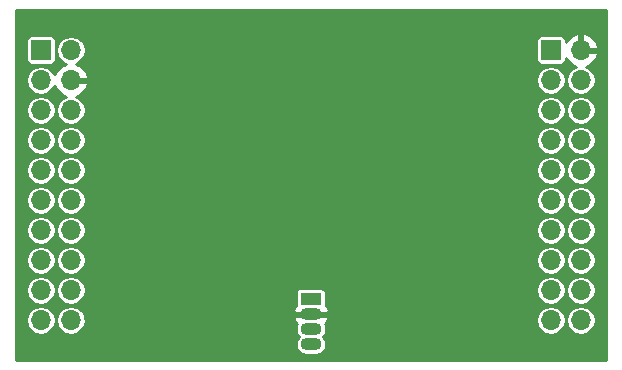
<source format=gbr>
G04 #@! TF.FileFunction,Copper,L2,Bot,Signal*
%FSLAX46Y46*%
G04 Gerber Fmt 4.6, Leading zero omitted, Abs format (unit mm)*
G04 Created by KiCad (PCBNEW 4.0.6-e0-6349~53~ubuntu16.04.1) date Thu Aug 24 17:13:08 2017*
%MOMM*%
%LPD*%
G01*
G04 APERTURE LIST*
%ADD10C,0.100000*%
%ADD11R,1.800000X1.070000*%
%ADD12O,1.800000X1.070000*%
%ADD13R,1.700000X1.700000*%
%ADD14O,1.700000X1.700000*%
%ADD15C,0.600000*%
%ADD16C,0.700000*%
%ADD17C,0.254000*%
G04 APERTURE END LIST*
D10*
D11*
X149860000Y-112522000D03*
D12*
X149860000Y-113792000D03*
X149860000Y-115062000D03*
X149860000Y-116332000D03*
D13*
X127000000Y-91440000D03*
D14*
X129540000Y-91440000D03*
X127000000Y-93980000D03*
X129540000Y-93980000D03*
X127000000Y-96520000D03*
X129540000Y-96520000D03*
X127000000Y-99060000D03*
X129540000Y-99060000D03*
X127000000Y-101600000D03*
X129540000Y-101600000D03*
X127000000Y-104140000D03*
X129540000Y-104140000D03*
X127000000Y-106680000D03*
X129540000Y-106680000D03*
X127000000Y-109220000D03*
X129540000Y-109220000D03*
X127000000Y-111760000D03*
X129540000Y-111760000D03*
X127000000Y-114300000D03*
X129540000Y-114300000D03*
D13*
X170180000Y-91440000D03*
D14*
X172720000Y-91440000D03*
X170180000Y-93980000D03*
X172720000Y-93980000D03*
X170180000Y-96520000D03*
X172720000Y-96520000D03*
X170180000Y-99060000D03*
X172720000Y-99060000D03*
X170180000Y-101600000D03*
X172720000Y-101600000D03*
X170180000Y-104140000D03*
X172720000Y-104140000D03*
X170180000Y-106680000D03*
X172720000Y-106680000D03*
X170180000Y-109220000D03*
X172720000Y-109220000D03*
X170180000Y-111760000D03*
X172720000Y-111760000D03*
X170180000Y-114300000D03*
X172720000Y-114300000D03*
D15*
X147066000Y-109474000D03*
X149114000Y-93218000D03*
X147066000Y-103124000D03*
D16*
X149114000Y-93218000D02*
X149098000Y-93218000D01*
D17*
G36*
X174804000Y-117654000D02*
X124916000Y-117654000D01*
X124916000Y-114300000D01*
X125744883Y-114300000D01*
X125838587Y-114771083D01*
X126105435Y-115170448D01*
X126504800Y-115437296D01*
X126975883Y-115531000D01*
X127024117Y-115531000D01*
X127495200Y-115437296D01*
X127894565Y-115170448D01*
X128161413Y-114771083D01*
X128255117Y-114300000D01*
X128284883Y-114300000D01*
X128378587Y-114771083D01*
X128645435Y-115170448D01*
X129044800Y-115437296D01*
X129515883Y-115531000D01*
X129564117Y-115531000D01*
X130035200Y-115437296D01*
X130434565Y-115170448D01*
X130701413Y-114771083D01*
X130795117Y-114300000D01*
X130755212Y-114099383D01*
X148366100Y-114099383D01*
X148577883Y-114529512D01*
X148685170Y-114619361D01*
X148623630Y-114711462D01*
X148553904Y-115062000D01*
X148623630Y-115412538D01*
X148813701Y-115697000D01*
X148623630Y-115981462D01*
X148553904Y-116332000D01*
X148623630Y-116682538D01*
X148822194Y-116979710D01*
X149119366Y-117178274D01*
X149469904Y-117248000D01*
X150250096Y-117248000D01*
X150600634Y-117178274D01*
X150897806Y-116979710D01*
X151096370Y-116682538D01*
X151166096Y-116332000D01*
X151096370Y-115981462D01*
X150906299Y-115697000D01*
X151096370Y-115412538D01*
X151166096Y-115062000D01*
X151096370Y-114711462D01*
X151034830Y-114619361D01*
X151142117Y-114529512D01*
X151255122Y-114300000D01*
X168924883Y-114300000D01*
X169018587Y-114771083D01*
X169285435Y-115170448D01*
X169684800Y-115437296D01*
X170155883Y-115531000D01*
X170204117Y-115531000D01*
X170675200Y-115437296D01*
X171074565Y-115170448D01*
X171341413Y-114771083D01*
X171435117Y-114300000D01*
X171464883Y-114300000D01*
X171558587Y-114771083D01*
X171825435Y-115170448D01*
X172224800Y-115437296D01*
X172695883Y-115531000D01*
X172744117Y-115531000D01*
X173215200Y-115437296D01*
X173614565Y-115170448D01*
X173881413Y-114771083D01*
X173975117Y-114300000D01*
X173881413Y-113828917D01*
X173614565Y-113429552D01*
X173215200Y-113162704D01*
X172744117Y-113069000D01*
X172695883Y-113069000D01*
X172224800Y-113162704D01*
X171825435Y-113429552D01*
X171558587Y-113828917D01*
X171464883Y-114300000D01*
X171435117Y-114300000D01*
X171341413Y-113828917D01*
X171074565Y-113429552D01*
X170675200Y-113162704D01*
X170204117Y-113069000D01*
X170155883Y-113069000D01*
X169684800Y-113162704D01*
X169285435Y-113429552D01*
X169018587Y-113828917D01*
X168924883Y-114300000D01*
X151255122Y-114300000D01*
X151353900Y-114099383D01*
X151228244Y-113919000D01*
X149987000Y-113919000D01*
X149987000Y-113939000D01*
X149733000Y-113939000D01*
X149733000Y-113919000D01*
X148491756Y-113919000D01*
X148366100Y-114099383D01*
X130755212Y-114099383D01*
X130701413Y-113828917D01*
X130471359Y-113484617D01*
X148366100Y-113484617D01*
X148491756Y-113665000D01*
X149733000Y-113665000D01*
X149733000Y-113645000D01*
X149987000Y-113645000D01*
X149987000Y-113665000D01*
X151228244Y-113665000D01*
X151353900Y-113484617D01*
X151146975Y-113064354D01*
X151148464Y-113057000D01*
X151148464Y-111987000D01*
X151121897Y-111845810D01*
X151066681Y-111760000D01*
X168924883Y-111760000D01*
X169018587Y-112231083D01*
X169285435Y-112630448D01*
X169684800Y-112897296D01*
X170155883Y-112991000D01*
X170204117Y-112991000D01*
X170675200Y-112897296D01*
X171074565Y-112630448D01*
X171341413Y-112231083D01*
X171435117Y-111760000D01*
X171464883Y-111760000D01*
X171558587Y-112231083D01*
X171825435Y-112630448D01*
X172224800Y-112897296D01*
X172695883Y-112991000D01*
X172744117Y-112991000D01*
X173215200Y-112897296D01*
X173614565Y-112630448D01*
X173881413Y-112231083D01*
X173975117Y-111760000D01*
X173881413Y-111288917D01*
X173614565Y-110889552D01*
X173215200Y-110622704D01*
X172744117Y-110529000D01*
X172695883Y-110529000D01*
X172224800Y-110622704D01*
X171825435Y-110889552D01*
X171558587Y-111288917D01*
X171464883Y-111760000D01*
X171435117Y-111760000D01*
X171341413Y-111288917D01*
X171074565Y-110889552D01*
X170675200Y-110622704D01*
X170204117Y-110529000D01*
X170155883Y-110529000D01*
X169684800Y-110622704D01*
X169285435Y-110889552D01*
X169018587Y-111288917D01*
X168924883Y-111760000D01*
X151066681Y-111760000D01*
X151038454Y-111716135D01*
X150911134Y-111629141D01*
X150760000Y-111598536D01*
X148960000Y-111598536D01*
X148818810Y-111625103D01*
X148689135Y-111708546D01*
X148602141Y-111835866D01*
X148571536Y-111987000D01*
X148571536Y-113057000D01*
X148572949Y-113064509D01*
X148366100Y-113484617D01*
X130471359Y-113484617D01*
X130434565Y-113429552D01*
X130035200Y-113162704D01*
X129564117Y-113069000D01*
X129515883Y-113069000D01*
X129044800Y-113162704D01*
X128645435Y-113429552D01*
X128378587Y-113828917D01*
X128284883Y-114300000D01*
X128255117Y-114300000D01*
X128161413Y-113828917D01*
X127894565Y-113429552D01*
X127495200Y-113162704D01*
X127024117Y-113069000D01*
X126975883Y-113069000D01*
X126504800Y-113162704D01*
X126105435Y-113429552D01*
X125838587Y-113828917D01*
X125744883Y-114300000D01*
X124916000Y-114300000D01*
X124916000Y-111760000D01*
X125744883Y-111760000D01*
X125838587Y-112231083D01*
X126105435Y-112630448D01*
X126504800Y-112897296D01*
X126975883Y-112991000D01*
X127024117Y-112991000D01*
X127495200Y-112897296D01*
X127894565Y-112630448D01*
X128161413Y-112231083D01*
X128255117Y-111760000D01*
X128284883Y-111760000D01*
X128378587Y-112231083D01*
X128645435Y-112630448D01*
X129044800Y-112897296D01*
X129515883Y-112991000D01*
X129564117Y-112991000D01*
X130035200Y-112897296D01*
X130434565Y-112630448D01*
X130701413Y-112231083D01*
X130795117Y-111760000D01*
X130701413Y-111288917D01*
X130434565Y-110889552D01*
X130035200Y-110622704D01*
X129564117Y-110529000D01*
X129515883Y-110529000D01*
X129044800Y-110622704D01*
X128645435Y-110889552D01*
X128378587Y-111288917D01*
X128284883Y-111760000D01*
X128255117Y-111760000D01*
X128161413Y-111288917D01*
X127894565Y-110889552D01*
X127495200Y-110622704D01*
X127024117Y-110529000D01*
X126975883Y-110529000D01*
X126504800Y-110622704D01*
X126105435Y-110889552D01*
X125838587Y-111288917D01*
X125744883Y-111760000D01*
X124916000Y-111760000D01*
X124916000Y-109220000D01*
X125744883Y-109220000D01*
X125838587Y-109691083D01*
X126105435Y-110090448D01*
X126504800Y-110357296D01*
X126975883Y-110451000D01*
X127024117Y-110451000D01*
X127495200Y-110357296D01*
X127894565Y-110090448D01*
X128161413Y-109691083D01*
X128255117Y-109220000D01*
X128284883Y-109220000D01*
X128378587Y-109691083D01*
X128645435Y-110090448D01*
X129044800Y-110357296D01*
X129515883Y-110451000D01*
X129564117Y-110451000D01*
X130035200Y-110357296D01*
X130434565Y-110090448D01*
X130701413Y-109691083D01*
X130795117Y-109220000D01*
X168924883Y-109220000D01*
X169018587Y-109691083D01*
X169285435Y-110090448D01*
X169684800Y-110357296D01*
X170155883Y-110451000D01*
X170204117Y-110451000D01*
X170675200Y-110357296D01*
X171074565Y-110090448D01*
X171341413Y-109691083D01*
X171435117Y-109220000D01*
X171464883Y-109220000D01*
X171558587Y-109691083D01*
X171825435Y-110090448D01*
X172224800Y-110357296D01*
X172695883Y-110451000D01*
X172744117Y-110451000D01*
X173215200Y-110357296D01*
X173614565Y-110090448D01*
X173881413Y-109691083D01*
X173975117Y-109220000D01*
X173881413Y-108748917D01*
X173614565Y-108349552D01*
X173215200Y-108082704D01*
X172744117Y-107989000D01*
X172695883Y-107989000D01*
X172224800Y-108082704D01*
X171825435Y-108349552D01*
X171558587Y-108748917D01*
X171464883Y-109220000D01*
X171435117Y-109220000D01*
X171341413Y-108748917D01*
X171074565Y-108349552D01*
X170675200Y-108082704D01*
X170204117Y-107989000D01*
X170155883Y-107989000D01*
X169684800Y-108082704D01*
X169285435Y-108349552D01*
X169018587Y-108748917D01*
X168924883Y-109220000D01*
X130795117Y-109220000D01*
X130701413Y-108748917D01*
X130434565Y-108349552D01*
X130035200Y-108082704D01*
X129564117Y-107989000D01*
X129515883Y-107989000D01*
X129044800Y-108082704D01*
X128645435Y-108349552D01*
X128378587Y-108748917D01*
X128284883Y-109220000D01*
X128255117Y-109220000D01*
X128161413Y-108748917D01*
X127894565Y-108349552D01*
X127495200Y-108082704D01*
X127024117Y-107989000D01*
X126975883Y-107989000D01*
X126504800Y-108082704D01*
X126105435Y-108349552D01*
X125838587Y-108748917D01*
X125744883Y-109220000D01*
X124916000Y-109220000D01*
X124916000Y-106680000D01*
X125744883Y-106680000D01*
X125838587Y-107151083D01*
X126105435Y-107550448D01*
X126504800Y-107817296D01*
X126975883Y-107911000D01*
X127024117Y-107911000D01*
X127495200Y-107817296D01*
X127894565Y-107550448D01*
X128161413Y-107151083D01*
X128255117Y-106680000D01*
X128284883Y-106680000D01*
X128378587Y-107151083D01*
X128645435Y-107550448D01*
X129044800Y-107817296D01*
X129515883Y-107911000D01*
X129564117Y-107911000D01*
X130035200Y-107817296D01*
X130434565Y-107550448D01*
X130701413Y-107151083D01*
X130795117Y-106680000D01*
X168924883Y-106680000D01*
X169018587Y-107151083D01*
X169285435Y-107550448D01*
X169684800Y-107817296D01*
X170155883Y-107911000D01*
X170204117Y-107911000D01*
X170675200Y-107817296D01*
X171074565Y-107550448D01*
X171341413Y-107151083D01*
X171435117Y-106680000D01*
X171464883Y-106680000D01*
X171558587Y-107151083D01*
X171825435Y-107550448D01*
X172224800Y-107817296D01*
X172695883Y-107911000D01*
X172744117Y-107911000D01*
X173215200Y-107817296D01*
X173614565Y-107550448D01*
X173881413Y-107151083D01*
X173975117Y-106680000D01*
X173881413Y-106208917D01*
X173614565Y-105809552D01*
X173215200Y-105542704D01*
X172744117Y-105449000D01*
X172695883Y-105449000D01*
X172224800Y-105542704D01*
X171825435Y-105809552D01*
X171558587Y-106208917D01*
X171464883Y-106680000D01*
X171435117Y-106680000D01*
X171341413Y-106208917D01*
X171074565Y-105809552D01*
X170675200Y-105542704D01*
X170204117Y-105449000D01*
X170155883Y-105449000D01*
X169684800Y-105542704D01*
X169285435Y-105809552D01*
X169018587Y-106208917D01*
X168924883Y-106680000D01*
X130795117Y-106680000D01*
X130701413Y-106208917D01*
X130434565Y-105809552D01*
X130035200Y-105542704D01*
X129564117Y-105449000D01*
X129515883Y-105449000D01*
X129044800Y-105542704D01*
X128645435Y-105809552D01*
X128378587Y-106208917D01*
X128284883Y-106680000D01*
X128255117Y-106680000D01*
X128161413Y-106208917D01*
X127894565Y-105809552D01*
X127495200Y-105542704D01*
X127024117Y-105449000D01*
X126975883Y-105449000D01*
X126504800Y-105542704D01*
X126105435Y-105809552D01*
X125838587Y-106208917D01*
X125744883Y-106680000D01*
X124916000Y-106680000D01*
X124916000Y-104140000D01*
X125744883Y-104140000D01*
X125838587Y-104611083D01*
X126105435Y-105010448D01*
X126504800Y-105277296D01*
X126975883Y-105371000D01*
X127024117Y-105371000D01*
X127495200Y-105277296D01*
X127894565Y-105010448D01*
X128161413Y-104611083D01*
X128255117Y-104140000D01*
X128284883Y-104140000D01*
X128378587Y-104611083D01*
X128645435Y-105010448D01*
X129044800Y-105277296D01*
X129515883Y-105371000D01*
X129564117Y-105371000D01*
X130035200Y-105277296D01*
X130434565Y-105010448D01*
X130701413Y-104611083D01*
X130795117Y-104140000D01*
X168924883Y-104140000D01*
X169018587Y-104611083D01*
X169285435Y-105010448D01*
X169684800Y-105277296D01*
X170155883Y-105371000D01*
X170204117Y-105371000D01*
X170675200Y-105277296D01*
X171074565Y-105010448D01*
X171341413Y-104611083D01*
X171435117Y-104140000D01*
X171464883Y-104140000D01*
X171558587Y-104611083D01*
X171825435Y-105010448D01*
X172224800Y-105277296D01*
X172695883Y-105371000D01*
X172744117Y-105371000D01*
X173215200Y-105277296D01*
X173614565Y-105010448D01*
X173881413Y-104611083D01*
X173975117Y-104140000D01*
X173881413Y-103668917D01*
X173614565Y-103269552D01*
X173215200Y-103002704D01*
X172744117Y-102909000D01*
X172695883Y-102909000D01*
X172224800Y-103002704D01*
X171825435Y-103269552D01*
X171558587Y-103668917D01*
X171464883Y-104140000D01*
X171435117Y-104140000D01*
X171341413Y-103668917D01*
X171074565Y-103269552D01*
X170675200Y-103002704D01*
X170204117Y-102909000D01*
X170155883Y-102909000D01*
X169684800Y-103002704D01*
X169285435Y-103269552D01*
X169018587Y-103668917D01*
X168924883Y-104140000D01*
X130795117Y-104140000D01*
X130701413Y-103668917D01*
X130434565Y-103269552D01*
X130035200Y-103002704D01*
X129564117Y-102909000D01*
X129515883Y-102909000D01*
X129044800Y-103002704D01*
X128645435Y-103269552D01*
X128378587Y-103668917D01*
X128284883Y-104140000D01*
X128255117Y-104140000D01*
X128161413Y-103668917D01*
X127894565Y-103269552D01*
X127495200Y-103002704D01*
X127024117Y-102909000D01*
X126975883Y-102909000D01*
X126504800Y-103002704D01*
X126105435Y-103269552D01*
X125838587Y-103668917D01*
X125744883Y-104140000D01*
X124916000Y-104140000D01*
X124916000Y-101600000D01*
X125744883Y-101600000D01*
X125838587Y-102071083D01*
X126105435Y-102470448D01*
X126504800Y-102737296D01*
X126975883Y-102831000D01*
X127024117Y-102831000D01*
X127495200Y-102737296D01*
X127894565Y-102470448D01*
X128161413Y-102071083D01*
X128255117Y-101600000D01*
X128284883Y-101600000D01*
X128378587Y-102071083D01*
X128645435Y-102470448D01*
X129044800Y-102737296D01*
X129515883Y-102831000D01*
X129564117Y-102831000D01*
X130035200Y-102737296D01*
X130434565Y-102470448D01*
X130701413Y-102071083D01*
X130795117Y-101600000D01*
X168924883Y-101600000D01*
X169018587Y-102071083D01*
X169285435Y-102470448D01*
X169684800Y-102737296D01*
X170155883Y-102831000D01*
X170204117Y-102831000D01*
X170675200Y-102737296D01*
X171074565Y-102470448D01*
X171341413Y-102071083D01*
X171435117Y-101600000D01*
X171464883Y-101600000D01*
X171558587Y-102071083D01*
X171825435Y-102470448D01*
X172224800Y-102737296D01*
X172695883Y-102831000D01*
X172744117Y-102831000D01*
X173215200Y-102737296D01*
X173614565Y-102470448D01*
X173881413Y-102071083D01*
X173975117Y-101600000D01*
X173881413Y-101128917D01*
X173614565Y-100729552D01*
X173215200Y-100462704D01*
X172744117Y-100369000D01*
X172695883Y-100369000D01*
X172224800Y-100462704D01*
X171825435Y-100729552D01*
X171558587Y-101128917D01*
X171464883Y-101600000D01*
X171435117Y-101600000D01*
X171341413Y-101128917D01*
X171074565Y-100729552D01*
X170675200Y-100462704D01*
X170204117Y-100369000D01*
X170155883Y-100369000D01*
X169684800Y-100462704D01*
X169285435Y-100729552D01*
X169018587Y-101128917D01*
X168924883Y-101600000D01*
X130795117Y-101600000D01*
X130701413Y-101128917D01*
X130434565Y-100729552D01*
X130035200Y-100462704D01*
X129564117Y-100369000D01*
X129515883Y-100369000D01*
X129044800Y-100462704D01*
X128645435Y-100729552D01*
X128378587Y-101128917D01*
X128284883Y-101600000D01*
X128255117Y-101600000D01*
X128161413Y-101128917D01*
X127894565Y-100729552D01*
X127495200Y-100462704D01*
X127024117Y-100369000D01*
X126975883Y-100369000D01*
X126504800Y-100462704D01*
X126105435Y-100729552D01*
X125838587Y-101128917D01*
X125744883Y-101600000D01*
X124916000Y-101600000D01*
X124916000Y-99060000D01*
X125744883Y-99060000D01*
X125838587Y-99531083D01*
X126105435Y-99930448D01*
X126504800Y-100197296D01*
X126975883Y-100291000D01*
X127024117Y-100291000D01*
X127495200Y-100197296D01*
X127894565Y-99930448D01*
X128161413Y-99531083D01*
X128255117Y-99060000D01*
X128284883Y-99060000D01*
X128378587Y-99531083D01*
X128645435Y-99930448D01*
X129044800Y-100197296D01*
X129515883Y-100291000D01*
X129564117Y-100291000D01*
X130035200Y-100197296D01*
X130434565Y-99930448D01*
X130701413Y-99531083D01*
X130795117Y-99060000D01*
X168924883Y-99060000D01*
X169018587Y-99531083D01*
X169285435Y-99930448D01*
X169684800Y-100197296D01*
X170155883Y-100291000D01*
X170204117Y-100291000D01*
X170675200Y-100197296D01*
X171074565Y-99930448D01*
X171341413Y-99531083D01*
X171435117Y-99060000D01*
X171464883Y-99060000D01*
X171558587Y-99531083D01*
X171825435Y-99930448D01*
X172224800Y-100197296D01*
X172695883Y-100291000D01*
X172744117Y-100291000D01*
X173215200Y-100197296D01*
X173614565Y-99930448D01*
X173881413Y-99531083D01*
X173975117Y-99060000D01*
X173881413Y-98588917D01*
X173614565Y-98189552D01*
X173215200Y-97922704D01*
X172744117Y-97829000D01*
X172695883Y-97829000D01*
X172224800Y-97922704D01*
X171825435Y-98189552D01*
X171558587Y-98588917D01*
X171464883Y-99060000D01*
X171435117Y-99060000D01*
X171341413Y-98588917D01*
X171074565Y-98189552D01*
X170675200Y-97922704D01*
X170204117Y-97829000D01*
X170155883Y-97829000D01*
X169684800Y-97922704D01*
X169285435Y-98189552D01*
X169018587Y-98588917D01*
X168924883Y-99060000D01*
X130795117Y-99060000D01*
X130701413Y-98588917D01*
X130434565Y-98189552D01*
X130035200Y-97922704D01*
X129564117Y-97829000D01*
X129515883Y-97829000D01*
X129044800Y-97922704D01*
X128645435Y-98189552D01*
X128378587Y-98588917D01*
X128284883Y-99060000D01*
X128255117Y-99060000D01*
X128161413Y-98588917D01*
X127894565Y-98189552D01*
X127495200Y-97922704D01*
X127024117Y-97829000D01*
X126975883Y-97829000D01*
X126504800Y-97922704D01*
X126105435Y-98189552D01*
X125838587Y-98588917D01*
X125744883Y-99060000D01*
X124916000Y-99060000D01*
X124916000Y-96520000D01*
X125744883Y-96520000D01*
X125838587Y-96991083D01*
X126105435Y-97390448D01*
X126504800Y-97657296D01*
X126975883Y-97751000D01*
X127024117Y-97751000D01*
X127495200Y-97657296D01*
X127894565Y-97390448D01*
X128161413Y-96991083D01*
X128255117Y-96520000D01*
X128161413Y-96048917D01*
X127894565Y-95649552D01*
X127495200Y-95382704D01*
X127024117Y-95289000D01*
X126975883Y-95289000D01*
X126504800Y-95382704D01*
X126105435Y-95649552D01*
X125838587Y-96048917D01*
X125744883Y-96520000D01*
X124916000Y-96520000D01*
X124916000Y-93980000D01*
X125744883Y-93980000D01*
X125838587Y-94451083D01*
X126105435Y-94850448D01*
X126504800Y-95117296D01*
X126975883Y-95211000D01*
X127024117Y-95211000D01*
X127495200Y-95117296D01*
X127894565Y-94850448D01*
X128151788Y-94465488D01*
X128268355Y-94746924D01*
X128658642Y-95175183D01*
X129083947Y-95374917D01*
X129044800Y-95382704D01*
X128645435Y-95649552D01*
X128378587Y-96048917D01*
X128284883Y-96520000D01*
X128378587Y-96991083D01*
X128645435Y-97390448D01*
X129044800Y-97657296D01*
X129515883Y-97751000D01*
X129564117Y-97751000D01*
X130035200Y-97657296D01*
X130434565Y-97390448D01*
X130701413Y-96991083D01*
X130795117Y-96520000D01*
X168924883Y-96520000D01*
X169018587Y-96991083D01*
X169285435Y-97390448D01*
X169684800Y-97657296D01*
X170155883Y-97751000D01*
X170204117Y-97751000D01*
X170675200Y-97657296D01*
X171074565Y-97390448D01*
X171341413Y-96991083D01*
X171435117Y-96520000D01*
X171464883Y-96520000D01*
X171558587Y-96991083D01*
X171825435Y-97390448D01*
X172224800Y-97657296D01*
X172695883Y-97751000D01*
X172744117Y-97751000D01*
X173215200Y-97657296D01*
X173614565Y-97390448D01*
X173881413Y-96991083D01*
X173975117Y-96520000D01*
X173881413Y-96048917D01*
X173614565Y-95649552D01*
X173215200Y-95382704D01*
X172744117Y-95289000D01*
X172695883Y-95289000D01*
X172224800Y-95382704D01*
X171825435Y-95649552D01*
X171558587Y-96048917D01*
X171464883Y-96520000D01*
X171435117Y-96520000D01*
X171341413Y-96048917D01*
X171074565Y-95649552D01*
X170675200Y-95382704D01*
X170204117Y-95289000D01*
X170155883Y-95289000D01*
X169684800Y-95382704D01*
X169285435Y-95649552D01*
X169018587Y-96048917D01*
X168924883Y-96520000D01*
X130795117Y-96520000D01*
X130701413Y-96048917D01*
X130434565Y-95649552D01*
X130035200Y-95382704D01*
X129996053Y-95374917D01*
X130421358Y-95175183D01*
X130811645Y-94746924D01*
X130981476Y-94336890D01*
X130860155Y-94107000D01*
X129667000Y-94107000D01*
X129667000Y-94127000D01*
X129413000Y-94127000D01*
X129413000Y-94107000D01*
X129393000Y-94107000D01*
X129393000Y-93980000D01*
X168924883Y-93980000D01*
X169018587Y-94451083D01*
X169285435Y-94850448D01*
X169684800Y-95117296D01*
X170155883Y-95211000D01*
X170204117Y-95211000D01*
X170675200Y-95117296D01*
X171074565Y-94850448D01*
X171341413Y-94451083D01*
X171435117Y-93980000D01*
X171341413Y-93508917D01*
X171074565Y-93109552D01*
X170675200Y-92842704D01*
X170204117Y-92749000D01*
X170155883Y-92749000D01*
X169684800Y-92842704D01*
X169285435Y-93109552D01*
X169018587Y-93508917D01*
X168924883Y-93980000D01*
X129393000Y-93980000D01*
X129393000Y-93853000D01*
X129413000Y-93853000D01*
X129413000Y-93833000D01*
X129667000Y-93833000D01*
X129667000Y-93853000D01*
X130860155Y-93853000D01*
X130981476Y-93623110D01*
X130811645Y-93213076D01*
X130421358Y-92784817D01*
X129996053Y-92585083D01*
X130035200Y-92577296D01*
X130434565Y-92310448D01*
X130701413Y-91911083D01*
X130795117Y-91440000D01*
X130701413Y-90968917D01*
X130448228Y-90590000D01*
X168941536Y-90590000D01*
X168941536Y-92290000D01*
X168968103Y-92431190D01*
X169051546Y-92560865D01*
X169178866Y-92647859D01*
X169330000Y-92678464D01*
X171030000Y-92678464D01*
X171171190Y-92651897D01*
X171300865Y-92568454D01*
X171387859Y-92441134D01*
X171418464Y-92290000D01*
X171418464Y-92134756D01*
X171448355Y-92206924D01*
X171838642Y-92635183D01*
X172263947Y-92834917D01*
X172224800Y-92842704D01*
X171825435Y-93109552D01*
X171558587Y-93508917D01*
X171464883Y-93980000D01*
X171558587Y-94451083D01*
X171825435Y-94850448D01*
X172224800Y-95117296D01*
X172695883Y-95211000D01*
X172744117Y-95211000D01*
X173215200Y-95117296D01*
X173614565Y-94850448D01*
X173881413Y-94451083D01*
X173975117Y-93980000D01*
X173881413Y-93508917D01*
X173614565Y-93109552D01*
X173215200Y-92842704D01*
X173176053Y-92834917D01*
X173601358Y-92635183D01*
X173991645Y-92206924D01*
X174161476Y-91796890D01*
X174040155Y-91567000D01*
X172847000Y-91567000D01*
X172847000Y-91587000D01*
X172593000Y-91587000D01*
X172593000Y-91567000D01*
X172573000Y-91567000D01*
X172573000Y-91313000D01*
X172593000Y-91313000D01*
X172593000Y-90119181D01*
X172847000Y-90119181D01*
X172847000Y-91313000D01*
X174040155Y-91313000D01*
X174161476Y-91083110D01*
X173991645Y-90673076D01*
X173601358Y-90244817D01*
X173076892Y-89998514D01*
X172847000Y-90119181D01*
X172593000Y-90119181D01*
X172363108Y-89998514D01*
X171838642Y-90244817D01*
X171448355Y-90673076D01*
X171418464Y-90745244D01*
X171418464Y-90590000D01*
X171391897Y-90448810D01*
X171308454Y-90319135D01*
X171181134Y-90232141D01*
X171030000Y-90201536D01*
X169330000Y-90201536D01*
X169188810Y-90228103D01*
X169059135Y-90311546D01*
X168972141Y-90438866D01*
X168941536Y-90590000D01*
X130448228Y-90590000D01*
X130434565Y-90569552D01*
X130035200Y-90302704D01*
X129564117Y-90209000D01*
X129515883Y-90209000D01*
X129044800Y-90302704D01*
X128645435Y-90569552D01*
X128378587Y-90968917D01*
X128284883Y-91440000D01*
X128378587Y-91911083D01*
X128645435Y-92310448D01*
X129044800Y-92577296D01*
X129083947Y-92585083D01*
X128658642Y-92784817D01*
X128268355Y-93213076D01*
X128151788Y-93494512D01*
X127894565Y-93109552D01*
X127495200Y-92842704D01*
X127024117Y-92749000D01*
X126975883Y-92749000D01*
X126504800Y-92842704D01*
X126105435Y-93109552D01*
X125838587Y-93508917D01*
X125744883Y-93980000D01*
X124916000Y-93980000D01*
X124916000Y-90590000D01*
X125761536Y-90590000D01*
X125761536Y-92290000D01*
X125788103Y-92431190D01*
X125871546Y-92560865D01*
X125998866Y-92647859D01*
X126150000Y-92678464D01*
X127850000Y-92678464D01*
X127991190Y-92651897D01*
X128120865Y-92568454D01*
X128207859Y-92441134D01*
X128238464Y-92290000D01*
X128238464Y-90590000D01*
X128211897Y-90448810D01*
X128128454Y-90319135D01*
X128001134Y-90232141D01*
X127850000Y-90201536D01*
X126150000Y-90201536D01*
X126008810Y-90228103D01*
X125879135Y-90311546D01*
X125792141Y-90438866D01*
X125761536Y-90590000D01*
X124916000Y-90590000D01*
X124916000Y-88086000D01*
X174804000Y-88086000D01*
X174804000Y-117654000D01*
X174804000Y-117654000D01*
G37*
X174804000Y-117654000D02*
X124916000Y-117654000D01*
X124916000Y-114300000D01*
X125744883Y-114300000D01*
X125838587Y-114771083D01*
X126105435Y-115170448D01*
X126504800Y-115437296D01*
X126975883Y-115531000D01*
X127024117Y-115531000D01*
X127495200Y-115437296D01*
X127894565Y-115170448D01*
X128161413Y-114771083D01*
X128255117Y-114300000D01*
X128284883Y-114300000D01*
X128378587Y-114771083D01*
X128645435Y-115170448D01*
X129044800Y-115437296D01*
X129515883Y-115531000D01*
X129564117Y-115531000D01*
X130035200Y-115437296D01*
X130434565Y-115170448D01*
X130701413Y-114771083D01*
X130795117Y-114300000D01*
X130755212Y-114099383D01*
X148366100Y-114099383D01*
X148577883Y-114529512D01*
X148685170Y-114619361D01*
X148623630Y-114711462D01*
X148553904Y-115062000D01*
X148623630Y-115412538D01*
X148813701Y-115697000D01*
X148623630Y-115981462D01*
X148553904Y-116332000D01*
X148623630Y-116682538D01*
X148822194Y-116979710D01*
X149119366Y-117178274D01*
X149469904Y-117248000D01*
X150250096Y-117248000D01*
X150600634Y-117178274D01*
X150897806Y-116979710D01*
X151096370Y-116682538D01*
X151166096Y-116332000D01*
X151096370Y-115981462D01*
X150906299Y-115697000D01*
X151096370Y-115412538D01*
X151166096Y-115062000D01*
X151096370Y-114711462D01*
X151034830Y-114619361D01*
X151142117Y-114529512D01*
X151255122Y-114300000D01*
X168924883Y-114300000D01*
X169018587Y-114771083D01*
X169285435Y-115170448D01*
X169684800Y-115437296D01*
X170155883Y-115531000D01*
X170204117Y-115531000D01*
X170675200Y-115437296D01*
X171074565Y-115170448D01*
X171341413Y-114771083D01*
X171435117Y-114300000D01*
X171464883Y-114300000D01*
X171558587Y-114771083D01*
X171825435Y-115170448D01*
X172224800Y-115437296D01*
X172695883Y-115531000D01*
X172744117Y-115531000D01*
X173215200Y-115437296D01*
X173614565Y-115170448D01*
X173881413Y-114771083D01*
X173975117Y-114300000D01*
X173881413Y-113828917D01*
X173614565Y-113429552D01*
X173215200Y-113162704D01*
X172744117Y-113069000D01*
X172695883Y-113069000D01*
X172224800Y-113162704D01*
X171825435Y-113429552D01*
X171558587Y-113828917D01*
X171464883Y-114300000D01*
X171435117Y-114300000D01*
X171341413Y-113828917D01*
X171074565Y-113429552D01*
X170675200Y-113162704D01*
X170204117Y-113069000D01*
X170155883Y-113069000D01*
X169684800Y-113162704D01*
X169285435Y-113429552D01*
X169018587Y-113828917D01*
X168924883Y-114300000D01*
X151255122Y-114300000D01*
X151353900Y-114099383D01*
X151228244Y-113919000D01*
X149987000Y-113919000D01*
X149987000Y-113939000D01*
X149733000Y-113939000D01*
X149733000Y-113919000D01*
X148491756Y-113919000D01*
X148366100Y-114099383D01*
X130755212Y-114099383D01*
X130701413Y-113828917D01*
X130471359Y-113484617D01*
X148366100Y-113484617D01*
X148491756Y-113665000D01*
X149733000Y-113665000D01*
X149733000Y-113645000D01*
X149987000Y-113645000D01*
X149987000Y-113665000D01*
X151228244Y-113665000D01*
X151353900Y-113484617D01*
X151146975Y-113064354D01*
X151148464Y-113057000D01*
X151148464Y-111987000D01*
X151121897Y-111845810D01*
X151066681Y-111760000D01*
X168924883Y-111760000D01*
X169018587Y-112231083D01*
X169285435Y-112630448D01*
X169684800Y-112897296D01*
X170155883Y-112991000D01*
X170204117Y-112991000D01*
X170675200Y-112897296D01*
X171074565Y-112630448D01*
X171341413Y-112231083D01*
X171435117Y-111760000D01*
X171464883Y-111760000D01*
X171558587Y-112231083D01*
X171825435Y-112630448D01*
X172224800Y-112897296D01*
X172695883Y-112991000D01*
X172744117Y-112991000D01*
X173215200Y-112897296D01*
X173614565Y-112630448D01*
X173881413Y-112231083D01*
X173975117Y-111760000D01*
X173881413Y-111288917D01*
X173614565Y-110889552D01*
X173215200Y-110622704D01*
X172744117Y-110529000D01*
X172695883Y-110529000D01*
X172224800Y-110622704D01*
X171825435Y-110889552D01*
X171558587Y-111288917D01*
X171464883Y-111760000D01*
X171435117Y-111760000D01*
X171341413Y-111288917D01*
X171074565Y-110889552D01*
X170675200Y-110622704D01*
X170204117Y-110529000D01*
X170155883Y-110529000D01*
X169684800Y-110622704D01*
X169285435Y-110889552D01*
X169018587Y-111288917D01*
X168924883Y-111760000D01*
X151066681Y-111760000D01*
X151038454Y-111716135D01*
X150911134Y-111629141D01*
X150760000Y-111598536D01*
X148960000Y-111598536D01*
X148818810Y-111625103D01*
X148689135Y-111708546D01*
X148602141Y-111835866D01*
X148571536Y-111987000D01*
X148571536Y-113057000D01*
X148572949Y-113064509D01*
X148366100Y-113484617D01*
X130471359Y-113484617D01*
X130434565Y-113429552D01*
X130035200Y-113162704D01*
X129564117Y-113069000D01*
X129515883Y-113069000D01*
X129044800Y-113162704D01*
X128645435Y-113429552D01*
X128378587Y-113828917D01*
X128284883Y-114300000D01*
X128255117Y-114300000D01*
X128161413Y-113828917D01*
X127894565Y-113429552D01*
X127495200Y-113162704D01*
X127024117Y-113069000D01*
X126975883Y-113069000D01*
X126504800Y-113162704D01*
X126105435Y-113429552D01*
X125838587Y-113828917D01*
X125744883Y-114300000D01*
X124916000Y-114300000D01*
X124916000Y-111760000D01*
X125744883Y-111760000D01*
X125838587Y-112231083D01*
X126105435Y-112630448D01*
X126504800Y-112897296D01*
X126975883Y-112991000D01*
X127024117Y-112991000D01*
X127495200Y-112897296D01*
X127894565Y-112630448D01*
X128161413Y-112231083D01*
X128255117Y-111760000D01*
X128284883Y-111760000D01*
X128378587Y-112231083D01*
X128645435Y-112630448D01*
X129044800Y-112897296D01*
X129515883Y-112991000D01*
X129564117Y-112991000D01*
X130035200Y-112897296D01*
X130434565Y-112630448D01*
X130701413Y-112231083D01*
X130795117Y-111760000D01*
X130701413Y-111288917D01*
X130434565Y-110889552D01*
X130035200Y-110622704D01*
X129564117Y-110529000D01*
X129515883Y-110529000D01*
X129044800Y-110622704D01*
X128645435Y-110889552D01*
X128378587Y-111288917D01*
X128284883Y-111760000D01*
X128255117Y-111760000D01*
X128161413Y-111288917D01*
X127894565Y-110889552D01*
X127495200Y-110622704D01*
X127024117Y-110529000D01*
X126975883Y-110529000D01*
X126504800Y-110622704D01*
X126105435Y-110889552D01*
X125838587Y-111288917D01*
X125744883Y-111760000D01*
X124916000Y-111760000D01*
X124916000Y-109220000D01*
X125744883Y-109220000D01*
X125838587Y-109691083D01*
X126105435Y-110090448D01*
X126504800Y-110357296D01*
X126975883Y-110451000D01*
X127024117Y-110451000D01*
X127495200Y-110357296D01*
X127894565Y-110090448D01*
X128161413Y-109691083D01*
X128255117Y-109220000D01*
X128284883Y-109220000D01*
X128378587Y-109691083D01*
X128645435Y-110090448D01*
X129044800Y-110357296D01*
X129515883Y-110451000D01*
X129564117Y-110451000D01*
X130035200Y-110357296D01*
X130434565Y-110090448D01*
X130701413Y-109691083D01*
X130795117Y-109220000D01*
X168924883Y-109220000D01*
X169018587Y-109691083D01*
X169285435Y-110090448D01*
X169684800Y-110357296D01*
X170155883Y-110451000D01*
X170204117Y-110451000D01*
X170675200Y-110357296D01*
X171074565Y-110090448D01*
X171341413Y-109691083D01*
X171435117Y-109220000D01*
X171464883Y-109220000D01*
X171558587Y-109691083D01*
X171825435Y-110090448D01*
X172224800Y-110357296D01*
X172695883Y-110451000D01*
X172744117Y-110451000D01*
X173215200Y-110357296D01*
X173614565Y-110090448D01*
X173881413Y-109691083D01*
X173975117Y-109220000D01*
X173881413Y-108748917D01*
X173614565Y-108349552D01*
X173215200Y-108082704D01*
X172744117Y-107989000D01*
X172695883Y-107989000D01*
X172224800Y-108082704D01*
X171825435Y-108349552D01*
X171558587Y-108748917D01*
X171464883Y-109220000D01*
X171435117Y-109220000D01*
X171341413Y-108748917D01*
X171074565Y-108349552D01*
X170675200Y-108082704D01*
X170204117Y-107989000D01*
X170155883Y-107989000D01*
X169684800Y-108082704D01*
X169285435Y-108349552D01*
X169018587Y-108748917D01*
X168924883Y-109220000D01*
X130795117Y-109220000D01*
X130701413Y-108748917D01*
X130434565Y-108349552D01*
X130035200Y-108082704D01*
X129564117Y-107989000D01*
X129515883Y-107989000D01*
X129044800Y-108082704D01*
X128645435Y-108349552D01*
X128378587Y-108748917D01*
X128284883Y-109220000D01*
X128255117Y-109220000D01*
X128161413Y-108748917D01*
X127894565Y-108349552D01*
X127495200Y-108082704D01*
X127024117Y-107989000D01*
X126975883Y-107989000D01*
X126504800Y-108082704D01*
X126105435Y-108349552D01*
X125838587Y-108748917D01*
X125744883Y-109220000D01*
X124916000Y-109220000D01*
X124916000Y-106680000D01*
X125744883Y-106680000D01*
X125838587Y-107151083D01*
X126105435Y-107550448D01*
X126504800Y-107817296D01*
X126975883Y-107911000D01*
X127024117Y-107911000D01*
X127495200Y-107817296D01*
X127894565Y-107550448D01*
X128161413Y-107151083D01*
X128255117Y-106680000D01*
X128284883Y-106680000D01*
X128378587Y-107151083D01*
X128645435Y-107550448D01*
X129044800Y-107817296D01*
X129515883Y-107911000D01*
X129564117Y-107911000D01*
X130035200Y-107817296D01*
X130434565Y-107550448D01*
X130701413Y-107151083D01*
X130795117Y-106680000D01*
X168924883Y-106680000D01*
X169018587Y-107151083D01*
X169285435Y-107550448D01*
X169684800Y-107817296D01*
X170155883Y-107911000D01*
X170204117Y-107911000D01*
X170675200Y-107817296D01*
X171074565Y-107550448D01*
X171341413Y-107151083D01*
X171435117Y-106680000D01*
X171464883Y-106680000D01*
X171558587Y-107151083D01*
X171825435Y-107550448D01*
X172224800Y-107817296D01*
X172695883Y-107911000D01*
X172744117Y-107911000D01*
X173215200Y-107817296D01*
X173614565Y-107550448D01*
X173881413Y-107151083D01*
X173975117Y-106680000D01*
X173881413Y-106208917D01*
X173614565Y-105809552D01*
X173215200Y-105542704D01*
X172744117Y-105449000D01*
X172695883Y-105449000D01*
X172224800Y-105542704D01*
X171825435Y-105809552D01*
X171558587Y-106208917D01*
X171464883Y-106680000D01*
X171435117Y-106680000D01*
X171341413Y-106208917D01*
X171074565Y-105809552D01*
X170675200Y-105542704D01*
X170204117Y-105449000D01*
X170155883Y-105449000D01*
X169684800Y-105542704D01*
X169285435Y-105809552D01*
X169018587Y-106208917D01*
X168924883Y-106680000D01*
X130795117Y-106680000D01*
X130701413Y-106208917D01*
X130434565Y-105809552D01*
X130035200Y-105542704D01*
X129564117Y-105449000D01*
X129515883Y-105449000D01*
X129044800Y-105542704D01*
X128645435Y-105809552D01*
X128378587Y-106208917D01*
X128284883Y-106680000D01*
X128255117Y-106680000D01*
X128161413Y-106208917D01*
X127894565Y-105809552D01*
X127495200Y-105542704D01*
X127024117Y-105449000D01*
X126975883Y-105449000D01*
X126504800Y-105542704D01*
X126105435Y-105809552D01*
X125838587Y-106208917D01*
X125744883Y-106680000D01*
X124916000Y-106680000D01*
X124916000Y-104140000D01*
X125744883Y-104140000D01*
X125838587Y-104611083D01*
X126105435Y-105010448D01*
X126504800Y-105277296D01*
X126975883Y-105371000D01*
X127024117Y-105371000D01*
X127495200Y-105277296D01*
X127894565Y-105010448D01*
X128161413Y-104611083D01*
X128255117Y-104140000D01*
X128284883Y-104140000D01*
X128378587Y-104611083D01*
X128645435Y-105010448D01*
X129044800Y-105277296D01*
X129515883Y-105371000D01*
X129564117Y-105371000D01*
X130035200Y-105277296D01*
X130434565Y-105010448D01*
X130701413Y-104611083D01*
X130795117Y-104140000D01*
X168924883Y-104140000D01*
X169018587Y-104611083D01*
X169285435Y-105010448D01*
X169684800Y-105277296D01*
X170155883Y-105371000D01*
X170204117Y-105371000D01*
X170675200Y-105277296D01*
X171074565Y-105010448D01*
X171341413Y-104611083D01*
X171435117Y-104140000D01*
X171464883Y-104140000D01*
X171558587Y-104611083D01*
X171825435Y-105010448D01*
X172224800Y-105277296D01*
X172695883Y-105371000D01*
X172744117Y-105371000D01*
X173215200Y-105277296D01*
X173614565Y-105010448D01*
X173881413Y-104611083D01*
X173975117Y-104140000D01*
X173881413Y-103668917D01*
X173614565Y-103269552D01*
X173215200Y-103002704D01*
X172744117Y-102909000D01*
X172695883Y-102909000D01*
X172224800Y-103002704D01*
X171825435Y-103269552D01*
X171558587Y-103668917D01*
X171464883Y-104140000D01*
X171435117Y-104140000D01*
X171341413Y-103668917D01*
X171074565Y-103269552D01*
X170675200Y-103002704D01*
X170204117Y-102909000D01*
X170155883Y-102909000D01*
X169684800Y-103002704D01*
X169285435Y-103269552D01*
X169018587Y-103668917D01*
X168924883Y-104140000D01*
X130795117Y-104140000D01*
X130701413Y-103668917D01*
X130434565Y-103269552D01*
X130035200Y-103002704D01*
X129564117Y-102909000D01*
X129515883Y-102909000D01*
X129044800Y-103002704D01*
X128645435Y-103269552D01*
X128378587Y-103668917D01*
X128284883Y-104140000D01*
X128255117Y-104140000D01*
X128161413Y-103668917D01*
X127894565Y-103269552D01*
X127495200Y-103002704D01*
X127024117Y-102909000D01*
X126975883Y-102909000D01*
X126504800Y-103002704D01*
X126105435Y-103269552D01*
X125838587Y-103668917D01*
X125744883Y-104140000D01*
X124916000Y-104140000D01*
X124916000Y-101600000D01*
X125744883Y-101600000D01*
X125838587Y-102071083D01*
X126105435Y-102470448D01*
X126504800Y-102737296D01*
X126975883Y-102831000D01*
X127024117Y-102831000D01*
X127495200Y-102737296D01*
X127894565Y-102470448D01*
X128161413Y-102071083D01*
X128255117Y-101600000D01*
X128284883Y-101600000D01*
X128378587Y-102071083D01*
X128645435Y-102470448D01*
X129044800Y-102737296D01*
X129515883Y-102831000D01*
X129564117Y-102831000D01*
X130035200Y-102737296D01*
X130434565Y-102470448D01*
X130701413Y-102071083D01*
X130795117Y-101600000D01*
X168924883Y-101600000D01*
X169018587Y-102071083D01*
X169285435Y-102470448D01*
X169684800Y-102737296D01*
X170155883Y-102831000D01*
X170204117Y-102831000D01*
X170675200Y-102737296D01*
X171074565Y-102470448D01*
X171341413Y-102071083D01*
X171435117Y-101600000D01*
X171464883Y-101600000D01*
X171558587Y-102071083D01*
X171825435Y-102470448D01*
X172224800Y-102737296D01*
X172695883Y-102831000D01*
X172744117Y-102831000D01*
X173215200Y-102737296D01*
X173614565Y-102470448D01*
X173881413Y-102071083D01*
X173975117Y-101600000D01*
X173881413Y-101128917D01*
X173614565Y-100729552D01*
X173215200Y-100462704D01*
X172744117Y-100369000D01*
X172695883Y-100369000D01*
X172224800Y-100462704D01*
X171825435Y-100729552D01*
X171558587Y-101128917D01*
X171464883Y-101600000D01*
X171435117Y-101600000D01*
X171341413Y-101128917D01*
X171074565Y-100729552D01*
X170675200Y-100462704D01*
X170204117Y-100369000D01*
X170155883Y-100369000D01*
X169684800Y-100462704D01*
X169285435Y-100729552D01*
X169018587Y-101128917D01*
X168924883Y-101600000D01*
X130795117Y-101600000D01*
X130701413Y-101128917D01*
X130434565Y-100729552D01*
X130035200Y-100462704D01*
X129564117Y-100369000D01*
X129515883Y-100369000D01*
X129044800Y-100462704D01*
X128645435Y-100729552D01*
X128378587Y-101128917D01*
X128284883Y-101600000D01*
X128255117Y-101600000D01*
X128161413Y-101128917D01*
X127894565Y-100729552D01*
X127495200Y-100462704D01*
X127024117Y-100369000D01*
X126975883Y-100369000D01*
X126504800Y-100462704D01*
X126105435Y-100729552D01*
X125838587Y-101128917D01*
X125744883Y-101600000D01*
X124916000Y-101600000D01*
X124916000Y-99060000D01*
X125744883Y-99060000D01*
X125838587Y-99531083D01*
X126105435Y-99930448D01*
X126504800Y-100197296D01*
X126975883Y-100291000D01*
X127024117Y-100291000D01*
X127495200Y-100197296D01*
X127894565Y-99930448D01*
X128161413Y-99531083D01*
X128255117Y-99060000D01*
X128284883Y-99060000D01*
X128378587Y-99531083D01*
X128645435Y-99930448D01*
X129044800Y-100197296D01*
X129515883Y-100291000D01*
X129564117Y-100291000D01*
X130035200Y-100197296D01*
X130434565Y-99930448D01*
X130701413Y-99531083D01*
X130795117Y-99060000D01*
X168924883Y-99060000D01*
X169018587Y-99531083D01*
X169285435Y-99930448D01*
X169684800Y-100197296D01*
X170155883Y-100291000D01*
X170204117Y-100291000D01*
X170675200Y-100197296D01*
X171074565Y-99930448D01*
X171341413Y-99531083D01*
X171435117Y-99060000D01*
X171464883Y-99060000D01*
X171558587Y-99531083D01*
X171825435Y-99930448D01*
X172224800Y-100197296D01*
X172695883Y-100291000D01*
X172744117Y-100291000D01*
X173215200Y-100197296D01*
X173614565Y-99930448D01*
X173881413Y-99531083D01*
X173975117Y-99060000D01*
X173881413Y-98588917D01*
X173614565Y-98189552D01*
X173215200Y-97922704D01*
X172744117Y-97829000D01*
X172695883Y-97829000D01*
X172224800Y-97922704D01*
X171825435Y-98189552D01*
X171558587Y-98588917D01*
X171464883Y-99060000D01*
X171435117Y-99060000D01*
X171341413Y-98588917D01*
X171074565Y-98189552D01*
X170675200Y-97922704D01*
X170204117Y-97829000D01*
X170155883Y-97829000D01*
X169684800Y-97922704D01*
X169285435Y-98189552D01*
X169018587Y-98588917D01*
X168924883Y-99060000D01*
X130795117Y-99060000D01*
X130701413Y-98588917D01*
X130434565Y-98189552D01*
X130035200Y-97922704D01*
X129564117Y-97829000D01*
X129515883Y-97829000D01*
X129044800Y-97922704D01*
X128645435Y-98189552D01*
X128378587Y-98588917D01*
X128284883Y-99060000D01*
X128255117Y-99060000D01*
X128161413Y-98588917D01*
X127894565Y-98189552D01*
X127495200Y-97922704D01*
X127024117Y-97829000D01*
X126975883Y-97829000D01*
X126504800Y-97922704D01*
X126105435Y-98189552D01*
X125838587Y-98588917D01*
X125744883Y-99060000D01*
X124916000Y-99060000D01*
X124916000Y-96520000D01*
X125744883Y-96520000D01*
X125838587Y-96991083D01*
X126105435Y-97390448D01*
X126504800Y-97657296D01*
X126975883Y-97751000D01*
X127024117Y-97751000D01*
X127495200Y-97657296D01*
X127894565Y-97390448D01*
X128161413Y-96991083D01*
X128255117Y-96520000D01*
X128161413Y-96048917D01*
X127894565Y-95649552D01*
X127495200Y-95382704D01*
X127024117Y-95289000D01*
X126975883Y-95289000D01*
X126504800Y-95382704D01*
X126105435Y-95649552D01*
X125838587Y-96048917D01*
X125744883Y-96520000D01*
X124916000Y-96520000D01*
X124916000Y-93980000D01*
X125744883Y-93980000D01*
X125838587Y-94451083D01*
X126105435Y-94850448D01*
X126504800Y-95117296D01*
X126975883Y-95211000D01*
X127024117Y-95211000D01*
X127495200Y-95117296D01*
X127894565Y-94850448D01*
X128151788Y-94465488D01*
X128268355Y-94746924D01*
X128658642Y-95175183D01*
X129083947Y-95374917D01*
X129044800Y-95382704D01*
X128645435Y-95649552D01*
X128378587Y-96048917D01*
X128284883Y-96520000D01*
X128378587Y-96991083D01*
X128645435Y-97390448D01*
X129044800Y-97657296D01*
X129515883Y-97751000D01*
X129564117Y-97751000D01*
X130035200Y-97657296D01*
X130434565Y-97390448D01*
X130701413Y-96991083D01*
X130795117Y-96520000D01*
X168924883Y-96520000D01*
X169018587Y-96991083D01*
X169285435Y-97390448D01*
X169684800Y-97657296D01*
X170155883Y-97751000D01*
X170204117Y-97751000D01*
X170675200Y-97657296D01*
X171074565Y-97390448D01*
X171341413Y-96991083D01*
X171435117Y-96520000D01*
X171464883Y-96520000D01*
X171558587Y-96991083D01*
X171825435Y-97390448D01*
X172224800Y-97657296D01*
X172695883Y-97751000D01*
X172744117Y-97751000D01*
X173215200Y-97657296D01*
X173614565Y-97390448D01*
X173881413Y-96991083D01*
X173975117Y-96520000D01*
X173881413Y-96048917D01*
X173614565Y-95649552D01*
X173215200Y-95382704D01*
X172744117Y-95289000D01*
X172695883Y-95289000D01*
X172224800Y-95382704D01*
X171825435Y-95649552D01*
X171558587Y-96048917D01*
X171464883Y-96520000D01*
X171435117Y-96520000D01*
X171341413Y-96048917D01*
X171074565Y-95649552D01*
X170675200Y-95382704D01*
X170204117Y-95289000D01*
X170155883Y-95289000D01*
X169684800Y-95382704D01*
X169285435Y-95649552D01*
X169018587Y-96048917D01*
X168924883Y-96520000D01*
X130795117Y-96520000D01*
X130701413Y-96048917D01*
X130434565Y-95649552D01*
X130035200Y-95382704D01*
X129996053Y-95374917D01*
X130421358Y-95175183D01*
X130811645Y-94746924D01*
X130981476Y-94336890D01*
X130860155Y-94107000D01*
X129667000Y-94107000D01*
X129667000Y-94127000D01*
X129413000Y-94127000D01*
X129413000Y-94107000D01*
X129393000Y-94107000D01*
X129393000Y-93980000D01*
X168924883Y-93980000D01*
X169018587Y-94451083D01*
X169285435Y-94850448D01*
X169684800Y-95117296D01*
X170155883Y-95211000D01*
X170204117Y-95211000D01*
X170675200Y-95117296D01*
X171074565Y-94850448D01*
X171341413Y-94451083D01*
X171435117Y-93980000D01*
X171341413Y-93508917D01*
X171074565Y-93109552D01*
X170675200Y-92842704D01*
X170204117Y-92749000D01*
X170155883Y-92749000D01*
X169684800Y-92842704D01*
X169285435Y-93109552D01*
X169018587Y-93508917D01*
X168924883Y-93980000D01*
X129393000Y-93980000D01*
X129393000Y-93853000D01*
X129413000Y-93853000D01*
X129413000Y-93833000D01*
X129667000Y-93833000D01*
X129667000Y-93853000D01*
X130860155Y-93853000D01*
X130981476Y-93623110D01*
X130811645Y-93213076D01*
X130421358Y-92784817D01*
X129996053Y-92585083D01*
X130035200Y-92577296D01*
X130434565Y-92310448D01*
X130701413Y-91911083D01*
X130795117Y-91440000D01*
X130701413Y-90968917D01*
X130448228Y-90590000D01*
X168941536Y-90590000D01*
X168941536Y-92290000D01*
X168968103Y-92431190D01*
X169051546Y-92560865D01*
X169178866Y-92647859D01*
X169330000Y-92678464D01*
X171030000Y-92678464D01*
X171171190Y-92651897D01*
X171300865Y-92568454D01*
X171387859Y-92441134D01*
X171418464Y-92290000D01*
X171418464Y-92134756D01*
X171448355Y-92206924D01*
X171838642Y-92635183D01*
X172263947Y-92834917D01*
X172224800Y-92842704D01*
X171825435Y-93109552D01*
X171558587Y-93508917D01*
X171464883Y-93980000D01*
X171558587Y-94451083D01*
X171825435Y-94850448D01*
X172224800Y-95117296D01*
X172695883Y-95211000D01*
X172744117Y-95211000D01*
X173215200Y-95117296D01*
X173614565Y-94850448D01*
X173881413Y-94451083D01*
X173975117Y-93980000D01*
X173881413Y-93508917D01*
X173614565Y-93109552D01*
X173215200Y-92842704D01*
X173176053Y-92834917D01*
X173601358Y-92635183D01*
X173991645Y-92206924D01*
X174161476Y-91796890D01*
X174040155Y-91567000D01*
X172847000Y-91567000D01*
X172847000Y-91587000D01*
X172593000Y-91587000D01*
X172593000Y-91567000D01*
X172573000Y-91567000D01*
X172573000Y-91313000D01*
X172593000Y-91313000D01*
X172593000Y-90119181D01*
X172847000Y-90119181D01*
X172847000Y-91313000D01*
X174040155Y-91313000D01*
X174161476Y-91083110D01*
X173991645Y-90673076D01*
X173601358Y-90244817D01*
X173076892Y-89998514D01*
X172847000Y-90119181D01*
X172593000Y-90119181D01*
X172363108Y-89998514D01*
X171838642Y-90244817D01*
X171448355Y-90673076D01*
X171418464Y-90745244D01*
X171418464Y-90590000D01*
X171391897Y-90448810D01*
X171308454Y-90319135D01*
X171181134Y-90232141D01*
X171030000Y-90201536D01*
X169330000Y-90201536D01*
X169188810Y-90228103D01*
X169059135Y-90311546D01*
X168972141Y-90438866D01*
X168941536Y-90590000D01*
X130448228Y-90590000D01*
X130434565Y-90569552D01*
X130035200Y-90302704D01*
X129564117Y-90209000D01*
X129515883Y-90209000D01*
X129044800Y-90302704D01*
X128645435Y-90569552D01*
X128378587Y-90968917D01*
X128284883Y-91440000D01*
X128378587Y-91911083D01*
X128645435Y-92310448D01*
X129044800Y-92577296D01*
X129083947Y-92585083D01*
X128658642Y-92784817D01*
X128268355Y-93213076D01*
X128151788Y-93494512D01*
X127894565Y-93109552D01*
X127495200Y-92842704D01*
X127024117Y-92749000D01*
X126975883Y-92749000D01*
X126504800Y-92842704D01*
X126105435Y-93109552D01*
X125838587Y-93508917D01*
X125744883Y-93980000D01*
X124916000Y-93980000D01*
X124916000Y-90590000D01*
X125761536Y-90590000D01*
X125761536Y-92290000D01*
X125788103Y-92431190D01*
X125871546Y-92560865D01*
X125998866Y-92647859D01*
X126150000Y-92678464D01*
X127850000Y-92678464D01*
X127991190Y-92651897D01*
X128120865Y-92568454D01*
X128207859Y-92441134D01*
X128238464Y-92290000D01*
X128238464Y-90590000D01*
X128211897Y-90448810D01*
X128128454Y-90319135D01*
X128001134Y-90232141D01*
X127850000Y-90201536D01*
X126150000Y-90201536D01*
X126008810Y-90228103D01*
X125879135Y-90311546D01*
X125792141Y-90438866D01*
X125761536Y-90590000D01*
X124916000Y-90590000D01*
X124916000Y-88086000D01*
X174804000Y-88086000D01*
X174804000Y-117654000D01*
M02*

</source>
